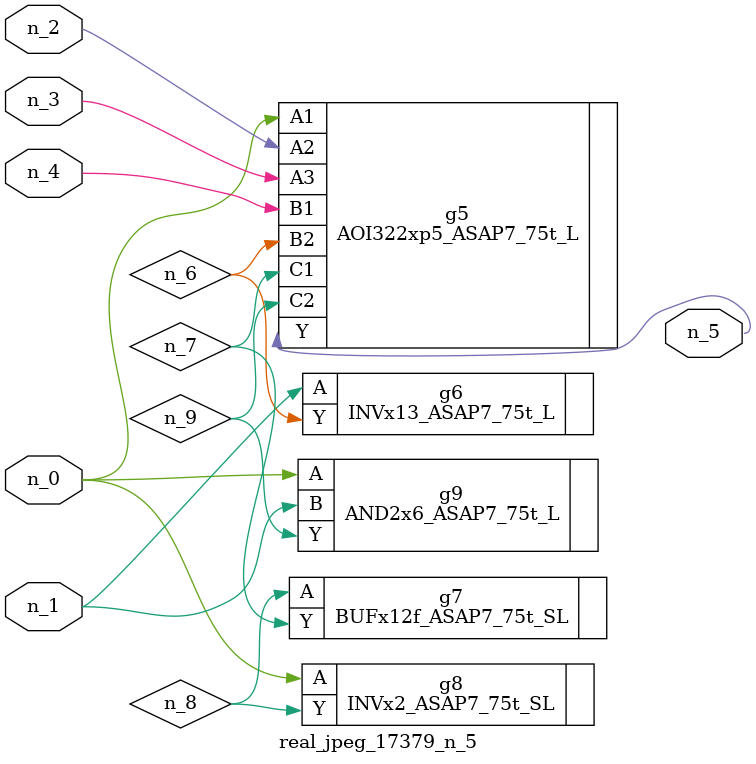
<source format=v>
module real_jpeg_17379_n_5 (n_4, n_0, n_1, n_2, n_3, n_5);

input n_4;
input n_0;
input n_1;
input n_2;
input n_3;

output n_5;

wire n_8;
wire n_6;
wire n_7;
wire n_9;

AOI322xp5_ASAP7_75t_L g5 ( 
.A1(n_0),
.A2(n_2),
.A3(n_3),
.B1(n_4),
.B2(n_6),
.C1(n_7),
.C2(n_9),
.Y(n_5)
);

INVx2_ASAP7_75t_SL g8 ( 
.A(n_0),
.Y(n_8)
);

AND2x6_ASAP7_75t_L g9 ( 
.A(n_0),
.B(n_1),
.Y(n_9)
);

INVx13_ASAP7_75t_L g6 ( 
.A(n_1),
.Y(n_6)
);

BUFx12f_ASAP7_75t_SL g7 ( 
.A(n_8),
.Y(n_7)
);


endmodule
</source>
